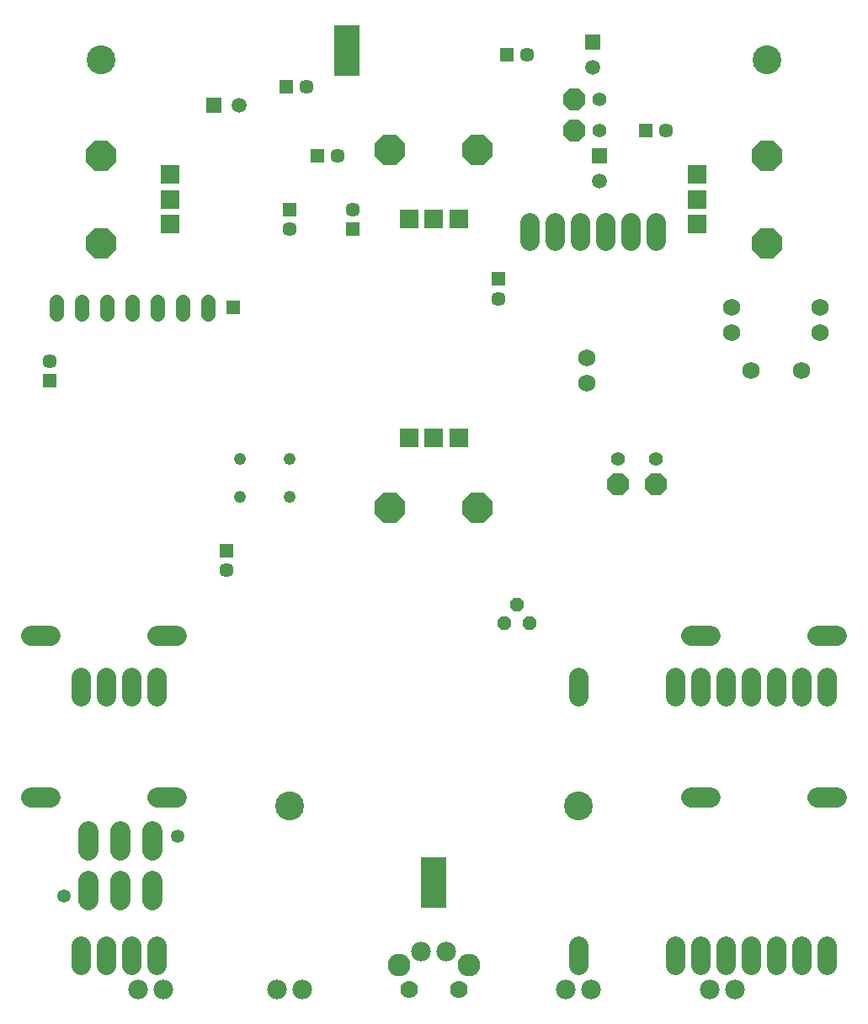
<source format=gbr>
G04 EAGLE Gerber X2 export*
%TF.Part,Single*%
%TF.FileFunction,Soldermask,Bot,1*%
%TF.FilePolarity,Positive*%
%TF.GenerationSoftware,Autodesk,EAGLE,9.2.0*%
%TF.CreationDate,2018-10-30T13:38:44Z*%
G75*
%MOMM*%
%FSLAX34Y34*%
%LPD*%
%INSoldermask Bottom*%
%IPPOS*%
%AMOC8*
5,1,8,0,0,1.08239X$1,22.5*%
G01*
%ADD10R,1.451600X1.451600*%
%ADD11C,1.451600*%
%ADD12C,1.752600*%
%ADD13C,1.244600*%
%ADD14C,1.509600*%
%ADD15R,1.509600X1.509600*%
%ADD16C,1.981200*%
%ADD17R,1.981200X1.981200*%
%ADD18P,3.357141X8X22.500000*%
%ADD19R,1.422400X1.422400*%
%ADD20C,1.422400*%
%ADD21P,3.357141X8X112.500000*%
%ADD22P,3.357141X8X202.500000*%
%ADD23P,3.357141X8X292.500000*%
%ADD24C,2.051600*%
%ADD25P,2.446851X8X22.500000*%
%ADD26C,1.351600*%
%ADD27C,2.286000*%
%ADD28C,1.778000*%
%ADD29C,1.981200*%
%ADD30C,2.901600*%
%ADD31R,2.641600X5.181600*%
%ADD32P,1.539592X8X22.500000*%
%ADD33C,1.401600*%


D10*
X88900Y637700D03*
D11*
X88900Y657700D03*
D10*
X393700Y790100D03*
D11*
X393700Y810100D03*
D10*
X330200Y810100D03*
D11*
X330200Y790100D03*
D12*
X628650Y635000D03*
X628650Y660400D03*
D10*
X358300Y863600D03*
D11*
X378300Y863600D03*
D13*
X329800Y520700D03*
X279800Y520700D03*
D10*
X326550Y933450D03*
D11*
X346550Y933450D03*
D14*
X279400Y914400D03*
D15*
X254000Y914400D03*
D16*
X571500Y796798D02*
X571500Y778002D01*
X596900Y778002D02*
X596900Y796798D01*
X622300Y796798D02*
X622300Y778002D01*
X647700Y778002D02*
X647700Y796798D01*
X673100Y796798D02*
X673100Y778002D01*
X698500Y778002D02*
X698500Y796798D01*
D17*
X210000Y845000D03*
X210000Y820000D03*
X210000Y795000D03*
D18*
X140000Y864000D03*
X140000Y776000D03*
D19*
X273050Y711200D03*
D20*
X247650Y717804D02*
X247650Y704596D01*
X222250Y704596D02*
X222250Y717804D01*
X196850Y717804D02*
X196850Y704596D01*
X171450Y704596D02*
X171450Y717804D01*
X146050Y717804D02*
X146050Y704596D01*
X120650Y704596D02*
X120650Y717804D01*
X95250Y717804D02*
X95250Y704596D01*
D12*
X793750Y647700D03*
X844550Y647700D03*
D17*
X450000Y580000D03*
X475000Y580000D03*
X500000Y580000D03*
D21*
X431000Y510000D03*
X519000Y510000D03*
D17*
X740000Y795000D03*
X740000Y820000D03*
X740000Y845000D03*
D22*
X810000Y776000D03*
X810000Y864000D03*
D17*
X500000Y800000D03*
X475000Y800000D03*
X450000Y800000D03*
D23*
X519000Y870000D03*
X431000Y870000D03*
D24*
X89250Y218850D02*
X69750Y218850D01*
X69750Y381150D02*
X89250Y381150D01*
X196750Y218850D02*
X216250Y218850D01*
X216250Y381150D02*
X196750Y381150D01*
X860950Y381150D02*
X880450Y381150D01*
X880450Y218850D02*
X860950Y218850D01*
X753450Y381150D02*
X733950Y381150D01*
X733950Y218850D02*
X753450Y218850D01*
D10*
X688500Y889000D03*
D11*
X708500Y889000D03*
D10*
X548800Y965200D03*
D11*
X568800Y965200D03*
D14*
X641350Y838200D03*
D15*
X641350Y863600D03*
D14*
X635000Y952500D03*
D15*
X635000Y977900D03*
D10*
X266700Y467200D03*
D11*
X266700Y447200D03*
D13*
X329800Y558800D03*
X279800Y558800D03*
D25*
X660400Y533400D03*
X698500Y533400D03*
D16*
X870000Y339398D02*
X870000Y320602D01*
X844600Y320602D02*
X844600Y339398D01*
X819200Y339398D02*
X819200Y320602D01*
X793800Y320602D02*
X793800Y339398D01*
X768400Y339398D02*
X768400Y320602D01*
X743000Y320602D02*
X743000Y339398D01*
X717600Y339398D02*
X717600Y320602D01*
D25*
X615950Y920750D03*
X615950Y889000D03*
D24*
X128000Y135000D02*
X128000Y115500D01*
X160000Y115500D02*
X160000Y135000D01*
X192000Y135000D02*
X192000Y115500D01*
X192000Y165000D02*
X192000Y184500D01*
X160000Y184500D02*
X160000Y165000D01*
X128000Y165000D02*
X128000Y184500D01*
D26*
X103000Y120000D03*
X217000Y180000D03*
D27*
X440000Y50400D03*
D28*
X500000Y25400D03*
X450000Y25400D03*
D27*
X510000Y50400D03*
D29*
X177800Y25400D03*
X203200Y25400D03*
X317500Y25400D03*
X342900Y25400D03*
X607300Y25400D03*
X632700Y25400D03*
X752300Y25400D03*
X777700Y25400D03*
D16*
X870000Y50602D02*
X870000Y69398D01*
X844600Y69398D02*
X844600Y50602D01*
X819200Y50602D02*
X819200Y69398D01*
X793800Y69398D02*
X793800Y50602D01*
X768400Y50602D02*
X768400Y69398D01*
X743000Y69398D02*
X743000Y50602D01*
X717600Y50602D02*
X717600Y69398D01*
X120000Y320602D02*
X120000Y339398D01*
X145400Y339398D02*
X145400Y320602D01*
X170800Y320602D02*
X170800Y339398D01*
X196200Y339398D02*
X196200Y320602D01*
X120000Y69398D02*
X120000Y50602D01*
X145400Y50602D02*
X145400Y69398D01*
X170800Y69398D02*
X170800Y50602D01*
X196200Y50602D02*
X196200Y69398D01*
D29*
X462300Y63500D03*
X487700Y63500D03*
D30*
X140000Y960000D03*
X810000Y960000D03*
D16*
X620000Y69398D02*
X620000Y50602D01*
X620000Y320602D02*
X620000Y339398D01*
D31*
X387350Y970000D03*
X475000Y133350D03*
D32*
X571500Y393700D03*
X558800Y412750D03*
X546100Y393700D03*
D12*
X774700Y711200D03*
X774700Y685800D03*
X863600Y711200D03*
X863600Y685800D03*
D30*
X330000Y210000D03*
X620000Y210000D03*
D10*
X539750Y740250D03*
D11*
X539750Y720250D03*
D33*
X641350Y889000D03*
X641350Y920750D03*
X660400Y558800D03*
X698500Y558800D03*
M02*

</source>
